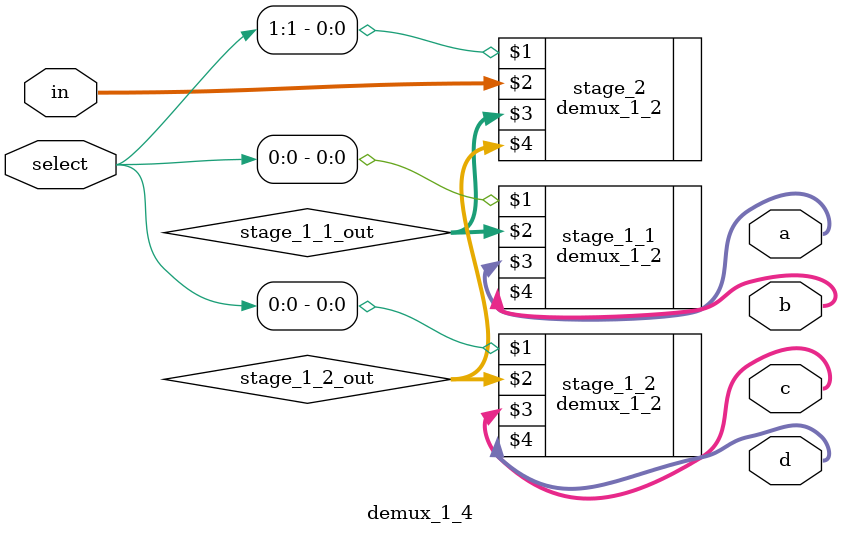
<source format=v>
module demux_1_4 #(parameter bus_size = 8)(
	input  [1:0] select,
	input  [bus_size-1:0] in,
	output  [bus_size-1:0] a,b,c,d);
		
	wire [bus_size-1:0] stage_1_1_out,stage_1_2_out;
	
	demux_1_2 #(bus_size) stage_1_1(select[0],stage_1_1_out,a,b);
	demux_1_2 #(bus_size) stage_1_2(select[0],stage_1_2_out,c,d);
	
	demux_1_2 #(bus_size) stage_2(select[1],in,stage_1_1_out,stage_1_2_out);
			
endmodule 
</source>
